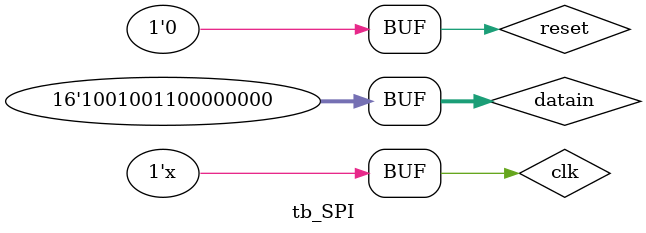
<source format=v>
module spi_controller(
	input wire clk, //system clk (50MHz)
	input wire reset,
	input wire [15:0] datain,
	output wire spi_cs_l, //active LOW chip select
	output wire spi_sclk, //spi clk (10MHz)
	output wire spi_data, //spi data
	output wire busy_bit
);

reg [15:0] MOSI;
reg [4:0] count;
reg cs_l;
reg sclk;
reg [2:0] state;
reg busy;

initial begin
	MOSI <= 0;
	count <= 0;
	cs_l <= 0;
	sclk <= 0;
	state <= 0;
	busy <= 0;
end

always @(posedge clk or posedge reset) begin
	if(reset) begin
		MOSI <= 16'b0;
		count <= 5'd16;
		cs_l <= 1'b1;
		sclk <= 1'b0;
		busy <= 0;
		state <= 0;
	end else begin
		case (state)
			0: begin
				sclk <= 1'b0;
				cs_l <= 1'b1;
				state <= 1;
				busy <= 0;
				end
			1: begin
				sclk <= 1'b0;
				cs_l <= 1'b0;
				MOSI <= datain[count - 1];
				count <= count - 1;
				busy <= 1;
				state <= 2;
				end
			2: begin
				sclk <= 1'b1;
				if(count > 0) 
					state <= 1;
				else begin
					count <= 16;
					busy = 0;
					state <= 0;
				end
				end
			default: state <= 0;
		endcase
	end
end

assign spi_cs_l = cs_l;
assign spi_sclk = sclk;
assign spi_data = MOSI;
assign busy_bit = busy;

endmodule



module tb_SPI;
//inputs
reg clk;
reg reset;
reg [15:0] datain;

//outputs
wire spi_cs_l;
wire spi_sclk;
wire spi_data;
wire [4:0] counter;

spi_state dut(
	.clk(clk),
	.reset(reset),
	.datain(datain),
	.spi_cs_l(spi_cs_l),
	.spi_sclk(spi_sclk),
	.spi_data(spi_data)
);

initial begin
	clk = 0;
	reset = 1;
	datain = 0;
end

always #5 clk = ~clk;

initial begin
	#10 reset = 1'b0;
	
	#10 	datain = 16'b1000_0000_1010_1010;
	#1000 datain = 16'b1001_0011_1111_0000;
	#1000 datain = 16'b1001_0011_0000_1111;
	#1000 datain = 16'b1001_0011_1100_1100;
	
	#1000 datain = 16'b1001_0011_1011_0010;
	#1000 datain = 16'b1001_0011_0000_0000;
end
	
endmodule


</source>
